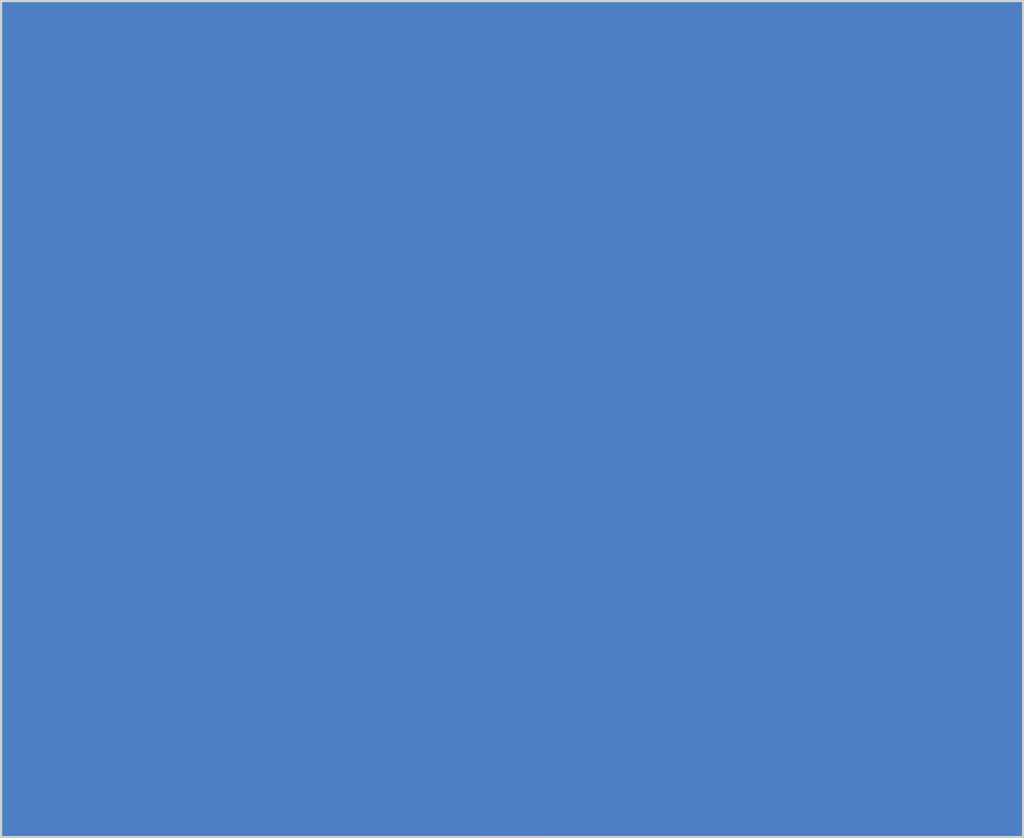
<source format=kicad_pcb>
(kicad_pcb
	(version 20240108)
	(generator "pcbnew")
	(generator_version "8.0")
	(general
		(thickness 1.6)
		(legacy_teardrops no)
	)
	(paper "A4")
	(layers
		(0 "F.Cu" signal)
		(31 "B.Cu" signal)
		(32 "B.Adhes" user "B.Adhesive")
		(33 "F.Adhes" user "F.Adhesive")
		(34 "B.Paste" user)
		(35 "F.Paste" user)
		(36 "B.SilkS" user "B.Silkscreen")
		(37 "F.SilkS" user "F.Silkscreen")
		(38 "B.Mask" user)
		(39 "F.Mask" user)
		(40 "Dwgs.User" user "User.Drawings")
		(41 "Cmts.User" user "User.Comments")
		(42 "Eco1.User" user "User.Eco1")
		(43 "Eco2.User" user "User.Eco2")
		(44 "Edge.Cuts" user)
		(45 "Margin" user)
		(46 "B.CrtYd" user "B.Courtyard")
		(47 "F.CrtYd" user "F.Courtyard")
		(48 "B.Fab" user)
		(49 "F.Fab" user)
		(50 "User.1" user)
		(51 "User.2" user)
		(52 "User.3" user)
		(53 "User.4" user)
		(54 "User.5" user)
		(55 "User.6" user)
		(56 "User.7" user)
		(57 "User.8" user)
		(58 "User.9" user)
	)
	(setup
		(pad_to_mask_clearance 0)
		(allow_soldermask_bridges_in_footprints no)
		(pcbplotparams
			(layerselection 0x00010fc_ffffffff)
			(plot_on_all_layers_selection 0x0000000_00000000)
			(disableapertmacros no)
			(usegerberextensions no)
			(usegerberattributes yes)
			(usegerberadvancedattributes yes)
			(creategerberjobfile yes)
			(dashed_line_dash_ratio 12.000000)
			(dashed_line_gap_ratio 3.000000)
			(svgprecision 4)
			(plotframeref no)
			(viasonmask no)
			(mode 1)
			(useauxorigin no)
			(hpglpennumber 1)
			(hpglpenspeed 20)
			(hpglpendiameter 15.000000)
			(pdf_front_fp_property_popups yes)
			(pdf_back_fp_property_popups yes)
			(dxfpolygonmode yes)
			(dxfimperialunits yes)
			(dxfusepcbnewfont yes)
			(psnegative no)
			(psa4output no)
			(plotreference yes)
			(plotvalue yes)
			(plotfptext yes)
			(plotinvisibletext no)
			(sketchpadsonfab no)
			(subtractmaskfromsilk no)
			(outputformat 1)
			(mirror no)
			(drillshape 1)
			(scaleselection 1)
			(outputdirectory "")
		)
	)
	(net 0 "")
	(gr_poly
		(pts
			(xy 81.71834 85.908447) (xy 81.71834 114.091552) (xy 96.254311 114.091552) (xy 96.254311 103.680487)
			(xy 103.745688 103.680487) (xy 103.745688 114.091552) (xy 118.281659 114.091552) (xy 118.281659 85.908447)
		)
		(stroke
			(width 0.1)
			(type default)
		)
		(fill solid)
		(layer "F.Cu")
		(uuid "8f038d11-947e-4913-b45c-962ad8170458")
	)
	(gr_rect
		(start 98.55935 118.891552)
		(end 101.440649 103.680487)
		(stroke
			(width 0.1)
			(type default)
		)
		(fill solid)
		(layer "F.Cu")
		(uuid "f204c95d-2977-4107-9f87-89e6045e5e92")
	)
	(gr_rect
		(start 76.91834 81.108447)
		(end 123.081659 118.891552)
		(stroke
			(width 0.1)
			(type default)
		)
		(fill solid)
		(layer "B.Cu")
		(uuid "313cfc48-70ff-4965-8410-ba38bb516539")
	)
	(gr_rect
		(start 97.55935 118.891552)
		(end 102.440649 108.480487)
		(stroke
			(width 0.1)
			(type default)
		)
		(fill solid)
		(layer "F.Mask")
		(uuid "7ac44273-db34-4f98-835f-ca8d33920aa8")
	)
	(gr_rect
		(start 80.71834 84.908447)
		(end 119.281659 115.091552)
		(stroke
			(width 0.1)
			(type default)
		)
		(fill solid)
		(layer "F.Mask")
		(uuid "e1fc3020-c025-446a-bd51-c9bff5ee4bdb")
	)
	(gr_rect
		(start 76.91834 81.108447)
		(end 123.081659 118.891552)
		(stroke
			(width 0.1)
			(type default)
		)
		(fill none)
		(layer "Edge.Cuts")
		(uuid "260b4d02-4395-4eb6-a083-f90d5bd36404")
	)
)
</source>
